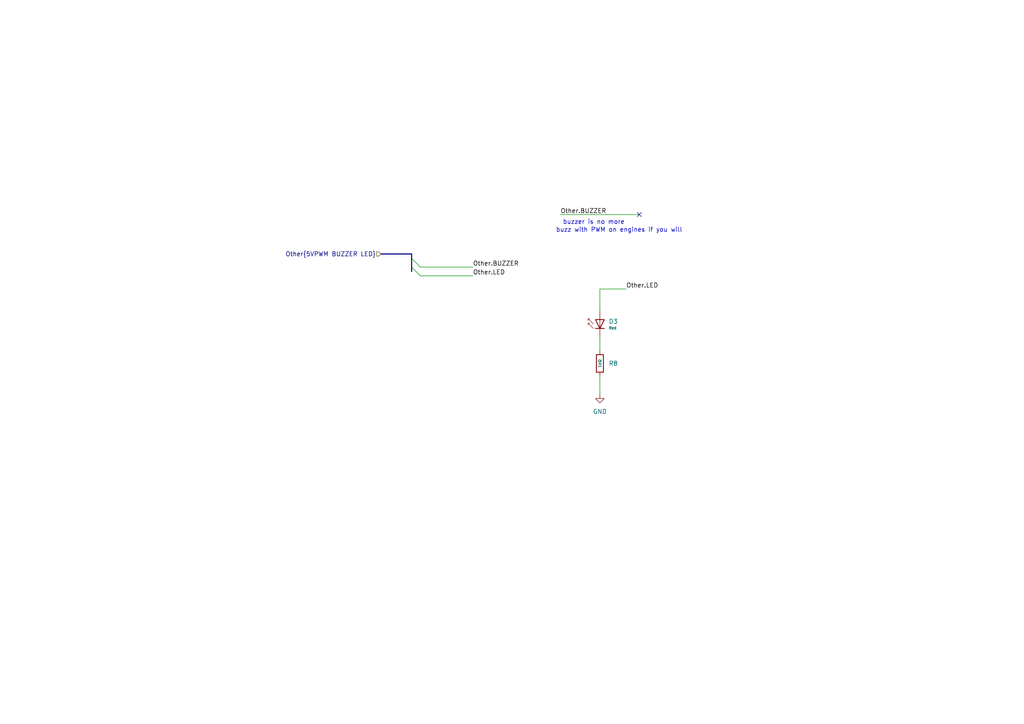
<source format=kicad_sch>
(kicad_sch (version 20231120) (generator "eeschema") (generator_version "8.0")
  (paper "A4")
  (title_block (date "2025-02-04") (rev "A") (company "Artem Horiunov") (comment 1 "DESIGNED IN POLAND"))
  (lib_symbols
    (symbol "PCM_JLCPCB-Diodes:LED,0603,Red" (pin_numbers hide) (pin_names (offset 0))
      (property "Reference" "D" (at 2.032 0.834 0))
      (property "Value" "Red" (at 2.032 -1.2122 0))
      (symbol "LED,0603,Red_0_1"
        (polyline (pts (xy -1.27 -1.27) (xy 1.27 -1.27)) (stroke (width 0.254)))
        (polyline (pts (xy -1.27 1.27) (xy 0 -1.27) (xy 1.27 1.27) (xy -1.27 1.27)) (stroke (width 0.254)))
        (polyline (pts (xy -1.905 -1.27) (xy -3.429 0.254) (xy -3.429 -0.254) (xy -3.429 0.254) (xy -2.921 0.254)) (stroke (width 0.127)))
        (polyline (pts (xy -1.905 0) (xy -3.429 1.524) (xy -3.429 1.016) (xy -3.429 1.524) (xy -2.921 1.524)) (stroke (width 0.127)))
      )
      (symbol "LED,0603,Red_1_1"
        (pin passive line (at 0 -3.81 90) (length 3.81) (name "~") (number "1"))
        (pin passive line (at 0 3.81 270) (length 3.81) (name "~") (number "2"))
      )
    )
    (symbol "PCM_JLCPCB-Resistors:0402,1kΩ" (pin_numbers hide) (pin_names (offset 0))
      (property "Reference" "R" (at 1.778 0 0))
      (property "Value" "1kΩ" (at 0 0 90))
      (symbol "0402,1kΩ_0_1"
        (rectangle (start -1.016 2.54) (end 1.016 -2.54) (stroke (width 0.254)))
      )
      (symbol "0402,1kΩ_1_1"
        (pin passive line (at 0 3.81 270) (length 1.27) (name "~") (number "1"))
        (pin passive line (at 0 -3.81 90) (length 1.27) (name "~") (number "2"))
      )
    )
    (symbol "power:GND" (power) (pin_numbers hide) (pin_names (offset 0) hide)
      (property "Value" "GND" (at 0 -3.81 0))
      (symbol "GND_0_1"
        (polyline (pts (xy 0 0) (xy 0 -1.27) (xy 1.27 -1.27) (xy 0 -2.54) (xy -1.27 -1.27) (xy 0 -1.27)))
      )
      (symbol "GND_1_1"
        (pin power_in line (at 0 0 270) (length 0) (name "~") (number "1"))
      )
    )
  )
  (no_connect (at 185.42 62.23))
  (bus_entry (at 119.38 77.47) (size 2.54 2.54))
  (bus_entry (at 119.38 74.93) (size 2.54 2.54))
  (bus (pts (xy 119.38 73.66) (xy 119.38 74.93)))
  (wire (pts (xy 181.61 83.82) (xy 173.99 83.82)))
  (wire (pts (xy 173.99 97.79) (xy 173.99 101.6)))
  (bus (pts (xy 110.49 73.66) (xy 119.38 73.66)))
  (bus (pts (xy 119.38 74.93) (xy 119.38 77.47)))
  (wire (pts (xy 121.92 77.47) (xy 137.16 77.47)))
  (wire (pts (xy 173.99 83.82) (xy 173.99 90.17)))
  (wire (pts (xy 121.92 80.01) (xy 137.16 80.01)))
  (bus (pts (xy 119.38 77.47) (xy 119.38 78.74)))
  (wire (pts (xy 173.99 109.22) (xy 173.99 114.3)))
  (wire (pts (xy 162.56 62.23) (xy 185.42 62.23)))
  (text "buzz with PWM on engines if you will" (at 179.578 66.802 0) (effects (font (size 1.27 1.27))))
  (text "buzzer is no more" (at 172.212 64.516 0) (effects (font (size 1.27 1.27))))
  (label "Other.LED" (at 137.16 80.01 0))
  (label "Other.BUZZER" (at 162.56 62.23 0))
  (label "Other.BUZZER" (at 137.16 77.47 0))
  (label "Other.LED" (at 181.61 83.82 0))
  (hierarchical_label "Other{5VPWM BUZZER LED}" (shape input) (at 110.49 73.66 180))
  (symbol (lib_id "power:GND") (at 173.99 114.3 0) (unit 1)
    (property "Reference" "#PWR070" (effects (hide yes)))
    (property "Value" "GND" (at 173.99 119.38 0))
    (property "Description" "Power symbol creates a global label with name \"GND\" , ground" (effects (hide yes)))
  )
  (symbol (lib_id "PCM_JLCPCB-Diodes:LED,0603,Red") (at 173.99 93.98 0) (unit 1)
    (property "Reference" "D3" (at 176.53 93.2497 0) (effects (justify left)))
    (property "Value" "Red" (at 176.53 95.1547 0) (effects (font (size 0.8 0.8)) (justify left)))
    (property "Footprint" "PCM_JLCPCB:D_0603" (effects (hide yes)))
    (property "Datasheet" "https://www.lcsc.com/datasheet/lcsc_datasheet_1810231112_Hubei-KENTO-Elec-KT-0603R_C2286.pdf" (effects (hide yes)))
    (property "Description" "-40°C~+85°C Red 0603 LED Indication - Discrete ROHS" (effects (hide yes)))
    (property "LCSC" "C2286" (effects (hide yes)))
    (property "Stock" "2282993" (effects (hide yes)))
    (property "Price" "0.009USD" (effects (hide yes)))
    (property "Process" "SMT" (effects (hide yes)))
    (property "Minimum Qty" "20" (effects (hide yes)))
    (property "Attrition Qty" "6" (effects (hide yes)))
    (property "Class" "Basic Component" (effects (hide yes)))
    (property "Category" "Optocouplers & LEDs & Infrared,Light Emitting Diodes (LED)" (effects (hide yes)))
    (property "Manufacturer" "Hubei KENTO Elec" (effects (hide yes)))
    (property "Part" "KT-0603R" (effects (hide yes)))
  )
  (symbol (lib_id "PCM_JLCPCB-Resistors:0402,1kΩ") (at 173.99 105.41 0) (unit 1)
    (property "Reference" "R8" (at 176.53 105.41 0) (effects (justify left)))
    (property "Value" "1kΩ" (at 173.99 105.41 90) (effects (font (size 0.8 0.8))))
    (property "Footprint" "PCM_JLCPCB:R_0402" (effects (hide yes)))
    (property "Datasheet" "https://www.lcsc.com/datasheet/lcsc_datasheet_2206010216_UNI-ROYAL-Uniroyal-Elec-0402WGF1001TCE_C11702.pdf" (effects (hide yes)))
    (property "Description" "62.5mW Thick Film Resistors 50V ±100ppm/°C ±1% 1kΩ 0402 Chip Resistor - Surface Mount ROHS" (effects (hide yes)))
    (property "LCSC" "C11702" (effects (hide yes)))
    (property "Stock" "10672962" (effects (hide yes)))
    (property "Price" "0.004USD" (effects (hide yes)))
    (property "Process" "SMT" (effects (hide yes)))
    (property "Minimum Qty" "20" (effects (hide yes)))
    (property "Attrition Qty" "10" (effects (hide yes)))
    (property "Class" "Basic Component" (effects (hide yes)))
    (property "Category" "Resistors,Chip Resistor - Surface Mount" (effects (hide yes)))
    (property "Manufacturer" "UNI-ROYAL(Uniroyal Elec)" (effects (hide yes)))
    (property "Part" "0402WGF1001TCE" (effects (hide yes)))
    (property "Resistance" "1kΩ" (effects (hide yes)))
    (property "Power(Watts)" "62.5mW" (effects (hide yes)))
    (property "Type" "Thick Film Resistors" (effects (hide yes)))
    (property "Overload Voltage (Max)" "50V" (effects (hide yes)))
    (property "Operating Temperature Range" "-55°C~+155°C" (effects (hide yes)))
    (property "Tolerance" "±1%" (effects (hide yes)))
    (property "Temperature Coefficient" "±100ppm/°C" (effects (hide yes)))
  )
)
</source>
